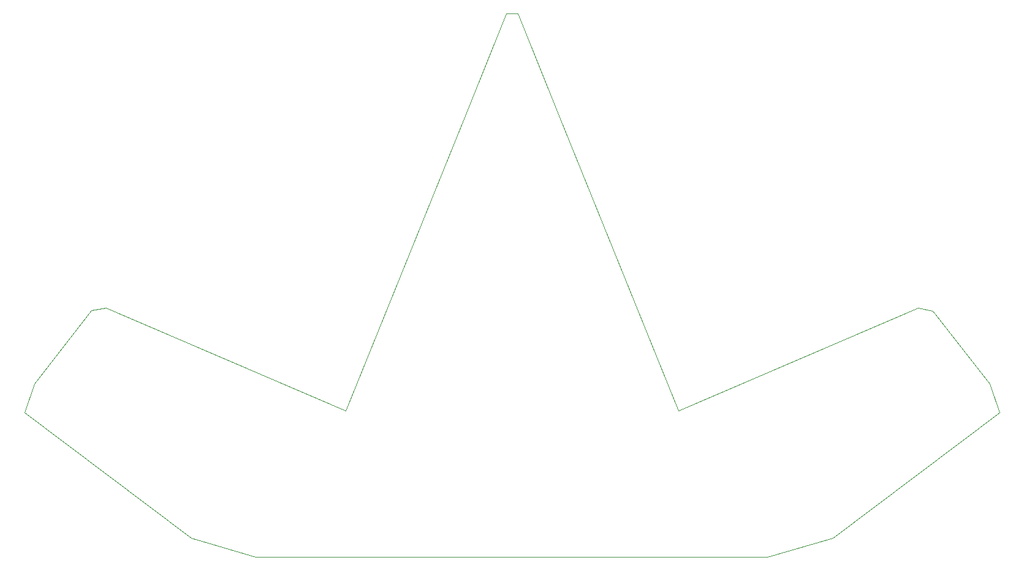
<source format=gbr>
G04 #@! TF.GenerationSoftware,KiCad,Pcbnew,(5.1.4)-1*
G04 #@! TF.CreationDate,2024-04-24T20:57:01-04:00*
G04 #@! TF.ProjectId,ThumbsUp,5468756d-6273-4557-902e-6b696361645f,rev?*
G04 #@! TF.SameCoordinates,Original*
G04 #@! TF.FileFunction,Profile,NP*
%FSLAX46Y46*%
G04 Gerber Fmt 4.6, Leading zero omitted, Abs format (unit mm)*
G04 Created by KiCad (PCBNEW (5.1.4)-1) date 2024-04-24 20:57:01*
%MOMM*%
%LPD*%
G04 APERTURE LIST*
%ADD10C,0.050000*%
G04 APERTURE END LIST*
D10*
X175508765Y-6588249D02*
X208653957Y7603175D01*
X175508765Y-6588249D02*
X159008765Y34211751D01*
X218495042Y-2873134D02*
X219882953Y-6842227D01*
X196824073Y-24247630D02*
X219882953Y-6842227D01*
X85176831Y-6828193D02*
X108235711Y-24233596D01*
X187808765Y-26888249D02*
X196824073Y-24247630D01*
X159008765Y34211751D02*
X153308765Y48311751D01*
X117108765Y-26888249D02*
X187808765Y-26888249D01*
X129508765Y-6588249D02*
X96405827Y7617210D01*
X129508765Y-6588249D02*
X146008765Y34211751D01*
X117108765Y-26888249D02*
X108235711Y-24233596D01*
X146008765Y34211751D02*
X151708765Y48311751D01*
X153308765Y48311751D02*
X151708765Y48311751D01*
X218495042Y-2873134D02*
X210642237Y7220104D01*
X96405827Y7617210D02*
X94417547Y7234139D01*
X86564742Y-2859099D02*
X85176831Y-6828193D01*
X208653957Y7603175D02*
X210642237Y7220104D01*
X86564742Y-2859099D02*
X94417547Y7234139D01*
M02*

</source>
